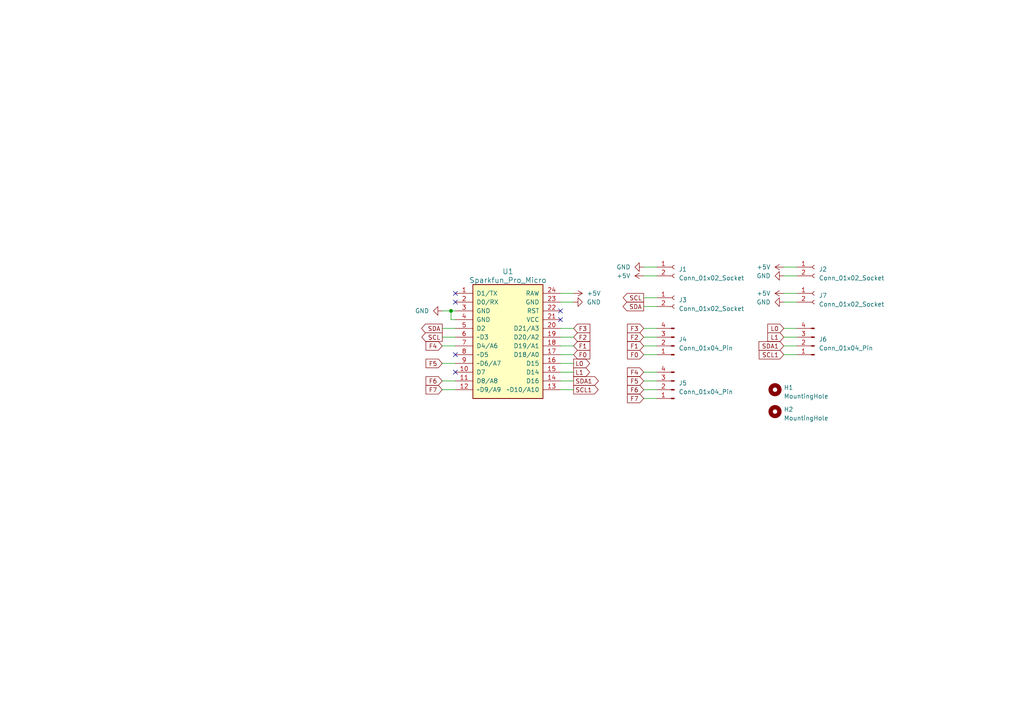
<source format=kicad_sch>
(kicad_sch (version 20230121) (generator eeschema)
  (paper "A4")
  (lib_symbols
    (symbol "Arduino:Sparkfun_Pro_Micro" (pin_names (offset 1.016))
      (property "Reference" "U" (at -8.89 21.59 0))
      (property "Value" "Sparkfun_Pro_Micro" (at 0 19.05 0))
      (symbol "Sparkfun_Pro_Micro_0_1"
        (rectangle (start -10.16 17.78) (end 10.16 -15.24) (stroke (width 0.254)) (fill (type background)))
      )
      (symbol "Sparkfun_Pro_Micro_1_1"
        (pin bidirectional line (at -15.24 15.24 0) (length 5.08) (name "D1/TX") (number "1"))
        (pin bidirectional line (at -15.24 -7.62 0) (length 5.08) (name "D7") (number "10"))
        (pin bidirectional line (at -15.24 -10.16 0) (length 5.08) (name "D8/A8") (number "11"))
        (pin bidirectional line (at -15.24 -12.7 0) (length 5.08) (name "~D9/A9") (number "12"))
        (pin bidirectional line (at 15.24 -12.7 180) (length 5.08) (name "~D10/A10") (number "13"))
        (pin bidirectional line (at 15.24 -10.16 180) (length 5.08) (name "D16") (number "14"))
        (pin bidirectional line (at 15.24 -7.62 180) (length 5.08) (name "D14") (number "15"))
        (pin bidirectional line (at 15.24 -5.08 180) (length 5.08) (name "D15") (number "16"))
        (pin bidirectional line (at 15.24 -2.54 180) (length 5.08) (name "D18/A0") (number "17"))
        (pin bidirectional line (at 15.24 0 180) (length 5.08) (name "D19/A1") (number "18"))
        (pin bidirectional line (at 15.24 2.54 180) (length 5.08) (name "D20/A2") (number "19"))
        (pin bidirectional line (at -15.24 12.7 0) (length 5.08) (name "D0/RX") (number "2"))
        (pin bidirectional line (at 15.24 5.08 180) (length 5.08) (name "D21/A3") (number "20"))
        (pin power_in line (at 15.24 7.62 180) (length 5.08) (name "VCC") (number "21"))
        (pin input line (at 15.24 10.16 180) (length 5.08) (name "RST") (number "22"))
        (pin power_in line (at 15.24 12.7 180) (length 5.08) (name "GND") (number "23"))
        (pin power_in line (at 15.24 15.24 180) (length 5.08) (name "RAW") (number "24"))
        (pin power_in line (at -15.24 10.16 0) (length 5.08) (name "GND") (number "3"))
        (pin power_in line (at -15.24 7.62 0) (length 5.08) (name "GND") (number "4"))
        (pin bidirectional line (at -15.24 5.08 0) (length 5.08) (name "D2") (number "5"))
        (pin bidirectional line (at -15.24 2.54 0) (length 5.08) (name "~D3") (number "6"))
        (pin bidirectional line (at -15.24 0 0) (length 5.08) (name "D4/A6") (number "7"))
        (pin bidirectional line (at -15.24 -2.54 0) (length 5.08) (name "~D5") (number "8"))
        (pin bidirectional line (at -15.24 -5.08 0) (length 5.08) (name "~D6/A7") (number "9"))
      )
    )
    (symbol "Connector:Conn_01x02_Socket" (pin_names (offset 1.016) hide)
      (property "Reference" "J" (at 0 2.54 0))
      (property "Value" "Conn_01x02_Socket" (at 0 -5.08 0))
      (symbol "Conn_01x02_Socket_1_1"
        (arc (start 0 -2.032) (mid -0.5058 -2.54) (end 0 -3.048) (stroke (width 0.1524)))
        (polyline (pts (xy -1.27 -2.54) (xy -0.508 -2.54)) (stroke (width 0.1524)))
        (polyline (pts (xy -1.27 0) (xy -0.508 0)) (stroke (width 0.1524)))
        (arc (start 0 0.508) (mid -0.5058 0) (end 0 -0.508) (stroke (width 0.1524)))
        (pin passive line (at -5.08 0 0) (length 3.81) (name "Pin_1") (number "1"))
        (pin passive line (at -5.08 -2.54 0) (length 3.81) (name "Pin_2") (number "2"))
      )
    )
    (symbol "Connector:Conn_01x04_Pin" (pin_names (offset 1.016) hide)
      (property "Reference" "J" (at 0 5.08 0))
      (property "Value" "Conn_01x04_Pin" (at 0 -7.62 0))
      (symbol "Conn_01x04_Pin_1_1"
        (polyline (pts (xy 1.27 -5.08) (xy 0.8636 -5.08)) (stroke (width 0.1524)))
        (polyline (pts (xy 1.27 -2.54) (xy 0.8636 -2.54)) (stroke (width 0.1524)))
        (polyline (pts (xy 1.27 0) (xy 0.8636 0)) (stroke (width 0.1524)))
        (polyline (pts (xy 1.27 2.54) (xy 0.8636 2.54)) (stroke (width 0.1524)))
        (rectangle (start 0.8636 -4.953) (end 0 -5.207) (stroke (width 0.1524)) (fill (type outline)))
        (rectangle (start 0.8636 -2.413) (end 0 -2.667) (stroke (width 0.1524)) (fill (type outline)))
        (rectangle (start 0.8636 0.127) (end 0 -0.127) (stroke (width 0.1524)) (fill (type outline)))
        (rectangle (start 0.8636 2.667) (end 0 2.413) (stroke (width 0.1524)) (fill (type outline)))
        (pin passive line (at 5.08 2.54 180) (length 3.81) (name "Pin_1") (number "1"))
        (pin passive line (at 5.08 0 180) (length 3.81) (name "Pin_2") (number "2"))
        (pin passive line (at 5.08 -2.54 180) (length 3.81) (name "Pin_3") (number "3"))
        (pin passive line (at 5.08 -5.08 180) (length 3.81) (name "Pin_4") (number "4"))
      )
    )
    (symbol "Mechanical:MountingHole" (pin_names (offset 1.016))
      (property "Reference" "H" (at 0 5.08 0))
      (property "Value" "MountingHole" (at 0 3.175 0))
      (symbol "MountingHole_0_1"
        (circle (center 0 0) (radius 1.27) (stroke (width 1.27)))
      )
    )
    (symbol "power:+5V" (power) (pin_names (offset 0))
      (property "Value" "+5V" (at 0 3.556 0))
      (symbol "+5V_0_1"
        (polyline (pts (xy -0.762 1.27) (xy 0 2.54)))
        (polyline (pts (xy 0 0) (xy 0 2.54)))
        (polyline (pts (xy 0 2.54) (xy 0.762 1.27)))
      )
      (symbol "+5V_1_1"
        (pin power_in line (at 0 0 90) (length 0) hide (name "+5V") (number "1"))
      )
    )
    (symbol "power:GND" (power) (pin_names (offset 0))
      (property "Value" "GND" (at 0 -3.81 0))
      (symbol "GND_0_1"
        (polyline (pts (xy 0 0) (xy 0 -1.27) (xy 1.27 -1.27) (xy 0 -2.54) (xy -1.27 -1.27) (xy 0 -1.27)))
      )
      (symbol "GND_1_1"
        (pin power_in line (at 0 0 270) (length 0) hide (name "GND") (number "1"))
      )
    )
  )
  (junction (at 130.81 90.17))
  (no_connect (at 132.08 102.87))
  (no_connect (at 132.08 87.63))
  (no_connect (at 132.08 107.95))
  (no_connect (at 162.56 90.17))
  (no_connect (at 132.08 85.09))
  (no_connect (at 162.56 92.71))
  (wire (pts (xy 162.56 95.25) (xy 166.37 95.25)))
  (wire (pts (xy 186.69 88.9) (xy 190.5 88.9)))
  (wire (pts (xy 162.56 85.09) (xy 166.37 85.09)))
  (wire (pts (xy 162.56 87.63) (xy 166.37 87.63)))
  (wire (pts (xy 162.56 102.87) (xy 166.37 102.87)))
  (wire (pts (xy 186.69 107.95) (xy 190.5 107.95)))
  (wire (pts (xy 128.27 110.49) (xy 132.08 110.49)))
  (wire (pts (xy 186.69 115.57) (xy 190.5 115.57)))
  (wire (pts (xy 227.33 77.47) (xy 231.14 77.47)))
  (wire (pts (xy 186.69 110.49) (xy 190.5 110.49)))
  (wire (pts (xy 130.81 90.17) (xy 130.81 92.71)))
  (wire (pts (xy 162.56 97.79) (xy 166.37 97.79)))
  (wire (pts (xy 162.56 107.95) (xy 166.37 107.95)))
  (wire (pts (xy 186.69 86.36) (xy 190.5 86.36)))
  (wire (pts (xy 162.56 110.49) (xy 166.37 110.49)))
  (wire (pts (xy 186.69 100.33) (xy 190.5 100.33)))
  (wire (pts (xy 162.56 100.33) (xy 166.37 100.33)))
  (wire (pts (xy 186.69 95.25) (xy 190.5 95.25)))
  (wire (pts (xy 130.81 92.71) (xy 132.08 92.71)))
  (wire (pts (xy 128.27 100.33) (xy 132.08 100.33)))
  (wire (pts (xy 227.33 80.01) (xy 231.14 80.01)))
  (wire (pts (xy 186.69 97.79) (xy 190.5 97.79)))
  (wire (pts (xy 128.27 95.25) (xy 132.08 95.25)))
  (wire (pts (xy 227.33 97.79) (xy 231.14 97.79)))
  (wire (pts (xy 186.69 113.03) (xy 190.5 113.03)))
  (wire (pts (xy 162.56 105.41) (xy 166.37 105.41)))
  (wire (pts (xy 227.33 85.09) (xy 231.14 85.09)))
  (wire (pts (xy 128.27 105.41) (xy 132.08 105.41)))
  (wire (pts (xy 186.69 102.87) (xy 190.5 102.87)))
  (wire (pts (xy 128.27 113.03) (xy 132.08 113.03)))
  (wire (pts (xy 130.81 90.17) (xy 132.08 90.17)))
  (wire (pts (xy 162.56 113.03) (xy 166.37 113.03)))
  (wire (pts (xy 227.33 102.87) (xy 231.14 102.87)))
  (wire (pts (xy 227.33 95.25) (xy 231.14 95.25)))
  (wire (pts (xy 186.69 77.47) (xy 190.5 77.47)))
  (wire (pts (xy 128.27 97.79) (xy 132.08 97.79)))
  (wire (pts (xy 227.33 87.63) (xy 231.14 87.63)))
  (wire (pts (xy 128.27 90.17) (xy 130.81 90.17)))
  (wire (pts (xy 227.33 100.33) (xy 231.14 100.33)))
  (wire (pts (xy 186.69 80.01) (xy 190.5 80.01)))
  (global_label "F6" (shape input) (at 128.27 110.49 180) (property "Intersheetrefs" "${INTERSHEET_REFS}" (effects hide)))
  (global_label "F1" (shape input) (at 186.69 100.33 180) (property "Intersheetrefs" "${INTERSHEET_REFS}" (effects hide)))
  (global_label "F7" (shape input) (at 128.27 113.03 180) (property "Intersheetrefs" "${INTERSHEET_REFS}" (effects hide)))
  (global_label "F2" (shape input) (at 186.69 97.79 180) (property "Intersheetrefs" "${INTERSHEET_REFS}" (effects hide)))
  (global_label "F3" (shape input) (at 166.37 95.25 0) (property "Intersheetrefs" "${INTERSHEET_REFS}" (effects hide)))
  (global_label "SDA1" (shape output) (at 166.37 110.49 0) (property "Intersheetrefs" "${INTERSHEET_REFS}" (effects hide)))
  (global_label "F4" (shape input) (at 128.27 100.33 180) (property "Intersheetrefs" "${INTERSHEET_REFS}" (effects hide)))
  (global_label "SCL" (shape output) (at 186.69 86.36 180) (property "Intersheetrefs" "${INTERSHEET_REFS}" (effects hide)))
  (global_label "F6" (shape input) (at 186.69 113.03 180) (property "Intersheetrefs" "${INTERSHEET_REFS}" (effects hide)))
  (global_label "F1" (shape input) (at 166.37 100.33 0) (property "Intersheetrefs" "${INTERSHEET_REFS}" (effects hide)))
  (global_label "SDA1" (shape input) (at 227.33 100.33 180) (property "Intersheetrefs" "${INTERSHEET_REFS}" (effects hide)))
  (global_label "L1" (shape input) (at 227.33 97.79 180) (property "Intersheetrefs" "${INTERSHEET_REFS}" (effects hide)))
  (global_label "L0" (shape input) (at 227.33 95.25 180) (property "Intersheetrefs" "${INTERSHEET_REFS}" (effects hide)))
  (global_label "SCL1" (shape output) (at 166.37 113.03 0) (property "Intersheetrefs" "${INTERSHEET_REFS}" (effects hide)))
  (global_label "F0" (shape input) (at 186.69 102.87 180) (property "Intersheetrefs" "${INTERSHEET_REFS}" (effects hide)))
  (global_label "F5" (shape input) (at 186.69 110.49 180) (property "Intersheetrefs" "${INTERSHEET_REFS}" (effects hide)))
  (global_label "F2" (shape input) (at 166.37 97.79 0) (property "Intersheetrefs" "${INTERSHEET_REFS}" (effects hide)))
  (global_label "L0" (shape output) (at 166.37 105.41 0) (property "Intersheetrefs" "${INTERSHEET_REFS}" (effects hide)))
  (global_label "SCL1" (shape input) (at 227.33 102.87 180) (property "Intersheetrefs" "${INTERSHEET_REFS}" (effects hide)))
  (global_label "F5" (shape input) (at 128.27 105.41 180) (property "Intersheetrefs" "${INTERSHEET_REFS}" (effects hide)))
  (global_label "F7" (shape input) (at 186.69 115.57 180) (property "Intersheetrefs" "${INTERSHEET_REFS}" (effects hide)))
  (global_label "SDA" (shape output) (at 128.27 95.25 180) (property "Intersheetrefs" "${INTERSHEET_REFS}" (effects hide)))
  (global_label "SDA" (shape output) (at 186.69 88.9 180) (property "Intersheetrefs" "${INTERSHEET_REFS}" (effects hide)))
  (global_label "F0" (shape input) (at 166.37 102.87 0) (property "Intersheetrefs" "${INTERSHEET_REFS}" (effects hide)))
  (global_label "F4" (shape input) (at 186.69 107.95 180) (property "Intersheetrefs" "${INTERSHEET_REFS}" (effects hide)))
  (global_label "L1" (shape output) (at 166.37 107.95 0) (property "Intersheetrefs" "${INTERSHEET_REFS}" (effects hide)))
  (global_label "F3" (shape input) (at 186.69 95.25 180) (property "Intersheetrefs" "${INTERSHEET_REFS}" (effects hide)))
  (global_label "SCL" (shape output) (at 128.27 97.79 180) (property "Intersheetrefs" "${INTERSHEET_REFS}" (effects hide)))
  (symbol (lib_id "Mechanical:MountingHole") (at 224.79 113.03 0) (unit 1)
    (property "Reference" "H1" (at 227.33 112.395 0) (effects (justify left)))
    (property "Value" "MountingHole" (at 227.33 114.935 0) (effects (justify left)))
    (property "Footprint" "MountingHole:MountingHole_2.2mm_M2" (effects hide))
  )
  (symbol (lib_id "power:+5V") (at 227.33 85.09 90) (unit 1)
    (property "Reference" "#PWR03" (effects hide))
    (property "Value" "+5V" (at 223.52 85.09 90) (effects (justify left)))
  )
  (symbol (lib_id "Connector:Conn_01x02_Socket") (at 236.22 85.09 0) (unit 1)
    (property "Reference" "J7" (at 237.49 85.725 0) (effects (justify left)))
    (property "Value" "Conn_01x02_Socket" (at 237.49 88.265 0) (effects (justify left)))
    (property "Footprint" "Connector_PinHeader_2.54mm:PinHeader_1x02_P2.54mm_Vertical" (effects hide))
  )
  (symbol (lib_id "Connector:Conn_01x02_Socket") (at 195.58 86.36 0) (unit 1)
    (property "Reference" "J3" (at 196.85 86.995 0) (effects (justify left)))
    (property "Value" "Conn_01x02_Socket" (at 196.85 89.535 0) (effects (justify left)))
    (property "Footprint" "XTConnectors:XT30U-M_1x02_P5.0mm_Vertical" (effects hide))
  )
  (symbol (lib_id "Arduino:Sparkfun_Pro_Micro") (at 147.32 100.33 0) (unit 1)
    (property "Reference" "U1" (at 147.32 78.74 0) (effects (font (size 1.524 1.524))))
    (property "Value" "Sparkfun_Pro_Micro" (at 147.32 81.28 0) (effects (font (size 1.524 1.524))))
    (property "Footprint" "Arduino:Sparkfun_Pro_Micro" (effects hide))
    (property "Datasheet" "https://www.sparkfun.com/products/12640" (effects hide))
  )
  (symbol (lib_id "Connector:Conn_01x04_Pin") (at 195.58 100.33 180) (unit 1)
    (property "Reference" "J4" (at 196.85 98.425 0) (effects (justify right)))
    (property "Value" "Conn_01x04_Pin" (at 196.85 100.965 0) (effects (justify right)))
    (property "Footprint" "Connector_PinHeader_2.54mm:PinHeader_1x04_P2.54mm_Vertical" (effects hide))
  )
  (symbol (lib_id "Connector:Conn_01x04_Pin") (at 236.22 100.33 180) (unit 1)
    (property "Reference" "J6" (at 237.49 98.425 0) (effects (justify right)))
    (property "Value" "Conn_01x04_Pin" (at 237.49 100.965 0) (effects (justify right)))
    (property "Footprint" "Connector_PinHeader_2.54mm:PinHeader_1x04_P2.54mm_Vertical" (effects hide))
  )
  (symbol (lib_id "power:GND") (at 166.37 87.63 90) (unit 1)
    (property "Reference" "#PWR02" (effects hide))
    (property "Value" "GND" (at 170.18 87.63 90) (effects (justify right)))
  )
  (symbol (lib_id "power:GND") (at 186.69 77.47 270) (unit 1)
    (property "Reference" "#PWR06" (effects hide))
    (property "Value" "GND" (at 182.88 77.47 90) (effects (justify right)))
  )
  (symbol (lib_id "power:+5V") (at 186.69 80.01 90) (unit 1)
    (property "Reference" "#PWR05" (effects hide))
    (property "Value" "+5V" (at 182.88 80.01 90) (effects (justify left)))
  )
  (symbol (lib_id "Mechanical:MountingHole") (at 224.79 119.38 0) (unit 1)
    (property "Reference" "H2" (at 227.33 118.745 0) (effects (justify left)))
    (property "Value" "MountingHole" (at 227.33 121.285 0) (effects (justify left)))
    (property "Footprint" "MountingHole:MountingHole_2.2mm_M2" (effects hide))
  )
  (symbol (lib_id "power:GND") (at 128.27 90.17 270) (unit 1)
    (property "Reference" "#PWR04" (effects hide))
    (property "Value" "GND" (at 124.46 90.17 90) (effects (justify right)))
  )
  (symbol (lib_id "Connector:Conn_01x04_Pin") (at 195.58 113.03 180) (unit 1)
    (property "Reference" "J5" (at 196.85 111.125 0) (effects (justify right)))
    (property "Value" "Conn_01x04_Pin" (at 196.85 113.665 0) (effects (justify right)))
    (property "Footprint" "Connector_PinHeader_2.54mm:PinHeader_1x04_P2.54mm_Vertical" (effects hide))
  )
  (symbol (lib_id "power:GND") (at 227.33 80.01 270) (unit 1)
    (property "Reference" "#PWR08" (effects hide))
    (property "Value" "GND" (at 223.52 80.01 90) (effects (justify right)))
  )
  (symbol (lib_id "power:+5V") (at 227.33 77.47 90) (unit 1)
    (property "Reference" "#PWR07" (effects hide))
    (property "Value" "+5V" (at 223.52 77.47 90) (effects (justify left)))
  )
  (symbol (lib_id "Connector:Conn_01x02_Socket") (at 195.58 77.47 0) (unit 1)
    (property "Reference" "J1" (at 196.85 78.105 0) (effects (justify left)))
    (property "Value" "Conn_01x02_Socket" (at 196.85 80.645 0) (effects (justify left)))
    (property "Footprint" "XTConnectors:XT30U-M_1x02_P5.0mm_Vertical" (effects hide))
  )
  (symbol (lib_id "power:GND") (at 227.33 87.63 270) (unit 1)
    (property "Reference" "#PWR09" (effects hide))
    (property "Value" "GND" (at 223.52 87.63 90) (effects (justify right)))
  )
  (symbol (lib_id "power:+5V") (at 166.37 85.09 270) (unit 1)
    (property "Reference" "#PWR01" (effects hide))
    (property "Value" "+5V" (at 170.18 85.09 90) (effects (justify left)))
  )
  (symbol (lib_id "Connector:Conn_01x02_Socket") (at 236.22 77.47 0) (unit 1)
    (property "Reference" "J2" (at 237.49 78.105 0) (effects (justify left)))
    (property "Value" "Conn_01x02_Socket" (at 237.49 80.645 0) (effects (justify left)))
    (property "Footprint" "Connector_PinHeader_2.54mm:PinHeader_1x02_P2.54mm_Vertical" (effects hide))
  )
)
</source>
